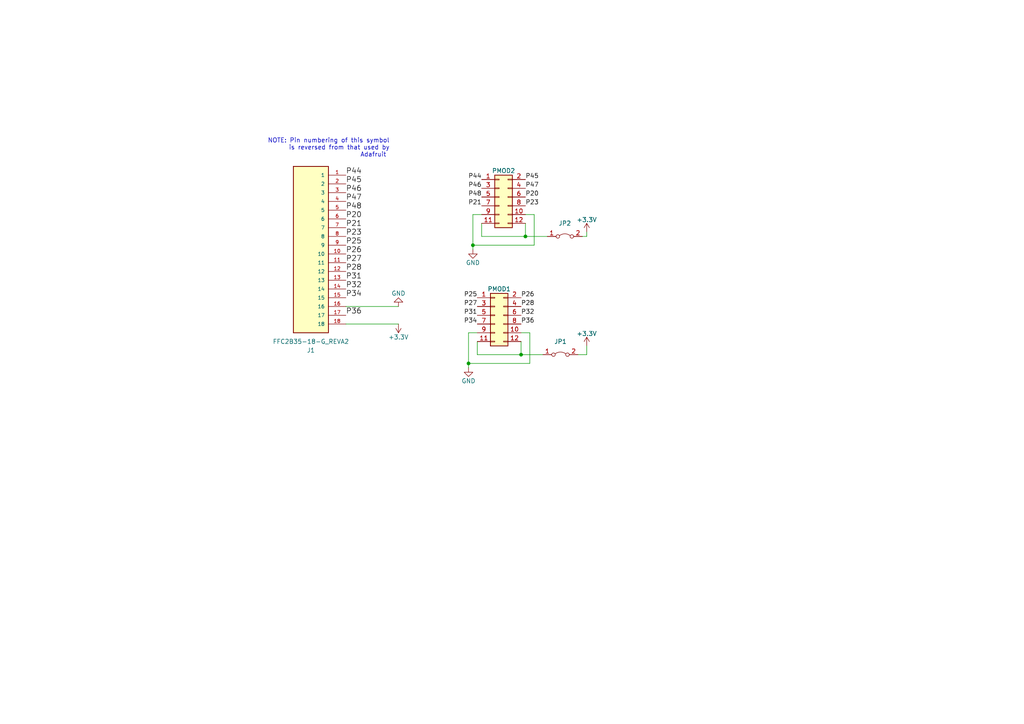
<source format=kicad_sch>
(kicad_sch (version 20211123) (generator eeschema)
  (paper "A4")
  (lib_symbols
    (symbol "Connector_Generic:Conn_02x06_Odd_Even" (pin_names (offset 1.016) hide)
      (property "Reference" "J" (at 1.27 7.62 0))
      (property "Value" "Conn_02x06_Odd_Even" (at 1.27 -10.16 0))
      (symbol "Conn_02x06_Odd_Even_1_1"
        (rectangle (start -1.27 -7.493) (end 0 -7.747) (stroke (width 0.1524)))
        (rectangle (start -1.27 -4.953) (end 0 -5.207) (stroke (width 0.1524)))
        (rectangle (start -1.27 -2.413) (end 0 -2.667) (stroke (width 0.1524)))
        (rectangle (start -1.27 0.127) (end 0 -0.127) (stroke (width 0.1524)))
        (rectangle (start -1.27 2.667) (end 0 2.413) (stroke (width 0.1524)))
        (rectangle (start -1.27 5.207) (end 0 4.953) (stroke (width 0.1524)))
        (rectangle (start -1.27 6.35) (end 3.81 -8.89) (stroke (width 0.254)) (fill (type background)))
        (rectangle (start 3.81 -7.493) (end 2.54 -7.747) (stroke (width 0.1524)))
        (rectangle (start 3.81 -4.953) (end 2.54 -5.207) (stroke (width 0.1524)))
        (rectangle (start 3.81 -2.413) (end 2.54 -2.667) (stroke (width 0.1524)))
        (rectangle (start 3.81 0.127) (end 2.54 -0.127) (stroke (width 0.1524)))
        (rectangle (start 3.81 2.667) (end 2.54 2.413) (stroke (width 0.1524)))
        (rectangle (start 3.81 5.207) (end 2.54 4.953) (stroke (width 0.1524)))
        (pin passive line (at -5.08 5.08 0) (length 3.81) (name "Pin_1") (number "1"))
        (pin passive line (at 7.62 -5.08 180) (length 3.81) (name "Pin_10") (number "10"))
        (pin passive line (at -5.08 -7.62 0) (length 3.81) (name "Pin_11") (number "11"))
        (pin passive line (at 7.62 -7.62 180) (length 3.81) (name "Pin_12") (number "12"))
        (pin passive line (at 7.62 5.08 180) (length 3.81) (name "Pin_2") (number "2"))
        (pin passive line (at -5.08 2.54 0) (length 3.81) (name "Pin_3") (number "3"))
        (pin passive line (at 7.62 2.54 180) (length 3.81) (name "Pin_4") (number "4"))
        (pin passive line (at -5.08 0 0) (length 3.81) (name "Pin_5") (number "5"))
        (pin passive line (at 7.62 0 180) (length 3.81) (name "Pin_6") (number "6"))
        (pin passive line (at -5.08 -2.54 0) (length 3.81) (name "Pin_7") (number "7"))
        (pin passive line (at 7.62 -2.54 180) (length 3.81) (name "Pin_8") (number "8"))
        (pin passive line (at -5.08 -5.08 0) (length 3.81) (name "Pin_9") (number "9"))
      )
    )
    (symbol "Jumper:Jumper_2_Bridged" (pin_names (offset 0) hide)
      (property "Reference" "JP" (at 0 1.905 0))
      (property "Value" "Jumper_2_Bridged" (at 0 -2.54 0))
      (symbol "Jumper_2_Bridged_0_0"
        (circle (center -2.032 0) (radius 0.508))
        (circle (center 2.032 0) (radius 0.508))
      )
      (symbol "Jumper_2_Bridged_0_1"
        (arc (start 1.524 0.254) (mid 0 0.762) (end -1.524 0.254))
      )
      (symbol "Jumper_2_Bridged_1_1"
        (pin passive line (at -5.08 0 0) (length 2.54) (name "A") (number "1"))
        (pin passive line (at 5.08 0 180) (length 2.54) (name "B") (number "2"))
      )
    )
    (symbol "emeb_library:FFC2B35-18-G_REVA2" (pin_names (offset 1.016))
      (property "Reference" "J" (at -5.08 26.67 0))
      (property "Value" "FFC2B35-18-G_REVA2" (at -5.08 -25.4 0))
      (symbol "FFC2B35-18-G_REVA2_0_0"
        (rectangle (start -5.08 -22.86) (end 5.08 25.4) (stroke (width 0.254)) (fill (type background)))
        (pin passive line (at -10.16 22.86 0) (length 5.08) (name "1") (number "1"))
        (pin passive line (at -10.16 0 0) (length 5.08) (name "10") (number "10"))
        (pin passive line (at -10.16 -2.54 0) (length 5.08) (name "11") (number "11"))
        (pin passive line (at -10.16 -5.08 0) (length 5.08) (name "12") (number "12"))
        (pin passive line (at -10.16 -7.62 0) (length 5.08) (name "13") (number "13"))
        (pin passive line (at -10.16 -10.16 0) (length 5.08) (name "14") (number "14"))
        (pin passive line (at -10.16 -12.7 0) (length 5.08) (name "15") (number "15"))
        (pin passive line (at -10.16 -15.24 0) (length 5.08) (name "16") (number "16"))
        (pin passive line (at -10.16 -17.78 0) (length 5.08) (name "17") (number "17"))
        (pin passive line (at -10.16 -20.32 0) (length 5.08) (name "18") (number "18"))
        (pin passive line (at -10.16 20.32 0) (length 5.08) (name "2") (number "2"))
        (pin passive line (at -10.16 17.78 0) (length 5.08) (name "3") (number "3"))
        (pin passive line (at -10.16 15.24 0) (length 5.08) (name "4") (number "4"))
        (pin passive line (at -10.16 12.7 0) (length 5.08) (name "5") (number "5"))
        (pin passive line (at -10.16 10.16 0) (length 5.08) (name "6") (number "6"))
        (pin passive line (at -10.16 7.62 0) (length 5.08) (name "7") (number "7"))
        (pin passive line (at -10.16 5.08 0) (length 5.08) (name "8") (number "8"))
        (pin passive line (at -10.16 2.54 0) (length 5.08) (name "9") (number "9"))
      )
    )
    (symbol "power:+3.3V" (power) (pin_names (offset 0))
      (property "Value" "+3.3V" (at 0 3.556 0))
      (symbol "+3.3V_0_1"
        (polyline (pts (xy -0.762 1.27) (xy 0 2.54)))
        (polyline (pts (xy 0 0) (xy 0 2.54)))
        (polyline (pts (xy 0 2.54) (xy 0.762 1.27)))
      )
      (symbol "+3.3V_1_1"
        (pin power_in line (at 0 0 90) (length 0) hide (name "+3.3V") (number "1"))
      )
    )
    (symbol "power:GND" (power) (pin_names (offset 0))
      (property "Value" "GND" (at 0 -3.81 0))
      (symbol "GND_0_1"
        (polyline (pts (xy 0 0) (xy 0 -1.27) (xy 1.27 -1.27) (xy 0 -2.54) (xy -1.27 -1.27) (xy 0 -1.27)))
      )
      (symbol "GND_1_1"
        (pin power_in line (at 0 0 270) (length 0) hide (name "GND") (number "1"))
      )
    )
  )
  (junction (at 135.89 105.41))
  (junction (at 137.16 71.12))
  (junction (at 151.13 102.87))
  (junction (at 152.4 68.58))
  (wire (pts (xy 138.43 102.87) (xy 138.43 99.06)))
  (wire (pts (xy 137.16 71.12) (xy 154.94 71.12)))
  (wire (pts (xy 115.57 93.98) (xy 100.33 93.98)))
  (wire (pts (xy 170.18 67.31) (xy 170.18 68.58)))
  (wire (pts (xy 139.7 68.58) (xy 152.4 68.58)))
  (wire (pts (xy 138.43 102.87) (xy 151.13 102.87)))
  (wire (pts (xy 151.13 96.52) (xy 153.67 96.52)))
  (wire (pts (xy 152.4 62.23) (xy 154.94 62.23)))
  (wire (pts (xy 151.13 102.87) (xy 151.13 99.06)))
  (wire (pts (xy 170.18 100.33) (xy 170.18 102.87)))
  (wire (pts (xy 138.43 96.52) (xy 135.89 96.52)))
  (wire (pts (xy 135.89 96.52) (xy 135.89 105.41)))
  (wire (pts (xy 135.89 105.41) (xy 135.89 106.68)))
  (wire (pts (xy 151.13 102.87) (xy 157.48 102.87)))
  (wire (pts (xy 152.4 68.58) (xy 158.75 68.58)))
  (wire (pts (xy 139.7 68.58) (xy 139.7 64.77)))
  (wire (pts (xy 153.67 105.41) (xy 135.89 105.41)))
  (wire (pts (xy 139.7 62.23) (xy 137.16 62.23)))
  (wire (pts (xy 168.91 68.58) (xy 170.18 68.58)))
  (wire (pts (xy 137.16 62.23) (xy 137.16 71.12)))
  (wire (pts (xy 154.94 62.23) (xy 154.94 71.12)))
  (wire (pts (xy 167.64 102.87) (xy 170.18 102.87)))
  (wire (pts (xy 100.33 88.9) (xy 115.57 88.9)))
  (wire (pts (xy 137.16 71.12) (xy 137.16 72.39)))
  (wire (pts (xy 153.67 96.52) (xy 153.67 105.41)))
  (wire (pts (xy 152.4 64.77) (xy 152.4 68.58)))
  (text "NOTE: Pin numbering of this symbol\nis reversed from that used by\nAdafruit " (at 113.03 45.72 180) (effects (font (size 1.27 1.27)) (justify right bottom)))
  (label "P44" (at 139.7 52.07 180))
  (label "P47" (at 152.4 54.61 0))
  (label "P31" (at 100.33 81.28 0) (effects (font (size 1.524 1.524))))
  (label "P47" (at 100.33 58.42 0) (effects (font (size 1.524 1.524))))
  (label "P25" (at 138.43 86.36 180))
  (label "P26" (at 151.13 86.36 0))
  (label "P34" (at 138.43 93.98 180))
  (label "P23" (at 100.33 68.58 0) (effects (font (size 1.524 1.524))))
  (label "P21" (at 139.7 59.69 180))
  (label "P48" (at 100.33 60.96 0) (effects (font (size 1.524 1.524))))
  (label "P27" (at 138.43 88.9 180))
  (label "P20" (at 100.33 63.5 0) (effects (font (size 1.524 1.524))))
  (label "P26" (at 100.33 73.66 0) (effects (font (size 1.524 1.524))))
  (label "P46" (at 100.33 55.88 0) (effects (font (size 1.524 1.524))))
  (label "P20" (at 152.4 57.15 0))
  (label "P36" (at 100.33 91.44 0) (effects (font (size 1.524 1.524))))
  (label "P21" (at 100.33 66.04 0) (effects (font (size 1.524 1.524))))
  (label "P44" (at 100.33 50.8 0) (effects (font (size 1.524 1.524))))
  (label "P25" (at 100.33 71.12 0) (effects (font (size 1.524 1.524))))
  (label "P34" (at 100.33 86.36 0) (effects (font (size 1.524 1.524))))
  (label "P23" (at 152.4 59.69 0))
  (label "P46" (at 139.7 54.61 180))
  (label "P45" (at 100.33 53.34 0) (effects (font (size 1.524 1.524))))
  (label "P45" (at 152.4 52.07 0))
  (label "P36" (at 151.13 93.98 0))
  (label "P32" (at 151.13 91.44 0))
  (label "P28" (at 151.13 88.9 0))
  (label "P28" (at 100.33 78.74 0) (effects (font (size 1.524 1.524))))
  (label "P48" (at 139.7 57.15 180))
  (label "P31" (at 138.43 91.44 180))
  (label "P32" (at 100.33 83.82 0) (effects (font (size 1.524 1.524))))
  (label "P27" (at 100.33 76.2 0) (effects (font (size 1.524 1.524))))
  (symbol (lib_id "Connector_Generic:Conn_02x06_Odd_Even") (at 143.51 91.44 0) (unit 1)
    (property "Reference" "PMOD1" (at 144.78 83.82 0))
    (property "Value" "CONN_02X06" (effects hide))
    (property "Footprint" "Connector_PinSocket_2.54mm:PinSocket_2x06_P2.54mm_Vertical" (effects hide))
  )
  (symbol (lib_id "power:GND") (at 135.89 106.68 0) (unit 1)
    (property "Reference" "#PWR03" (effects hide))
    (property "Value" "GND" (at 135.89 110.49 0))
  )
  (symbol (lib_id "Connector_Generic:Conn_02x06_Odd_Even") (at 144.78 57.15 0) (unit 1)
    (property "Reference" "PMOD2" (at 146.05 49.53 0))
    (property "Value" "CONN_02X06" (effects hide))
    (property "Footprint" "Connector_PinSocket_2.54mm:PinSocket_2x06_P2.54mm_Vertical" (effects hide))
  )
  (symbol (lib_id "power:+3.3V") (at 170.18 100.33 0) (unit 1)
    (property "Reference" "#PWR06" (effects hide))
    (property "Value" "+3.3V" (at 170.18 96.774 0))
  )
  (symbol (lib_id "power:+3.3V") (at 115.57 93.98 0) (mirror x) (unit 1)
    (property "Reference" "#PWR02" (effects hide))
    (property "Value" "+3.3V" (at 115.57 97.79 0))
  )
  (symbol (lib_id "power:GND") (at 115.57 88.9 0) (mirror x) (unit 1)
    (property "Reference" "#PWR01" (effects hide))
    (property "Value" "GND" (at 115.57 85.09 0))
  )
  (symbol (lib_id "power:GND") (at 137.16 72.39 0) (unit 1)
    (property "Reference" "#PWR04" (effects hide))
    (property "Value" "GND" (at 137.16 76.2 0))
  )
  (symbol (lib_id "Jumper:Jumper_2_Bridged") (at 162.56 102.87 0) (unit 1)
    (property "Reference" "JP1" (at 162.56 99.06 0))
    (property "Value" "Jumper_2_Bridged" (effects hide))
    (property "Footprint" "Jumper:SolderJumper-2_P1.3mm_Bridged_RoundedPad1.0x1.5mm" (effects hide))
  )
  (symbol (lib_id "power:+3.3V") (at 170.18 67.31 0) (unit 1)
    (property "Reference" "#PWR05" (effects hide))
    (property "Value" "+3.3V" (at 170.18 63.754 0))
  )
  (symbol (lib_id "Jumper:Jumper_2_Bridged") (at 163.83 68.58 0) (unit 1)
    (property "Reference" "JP2" (at 163.83 64.77 0))
    (property "Value" "Jumper_2_Bridged" (effects hide))
    (property "Footprint" "Jumper:SolderJumper-2_P1.3mm_Bridged_RoundedPad1.0x1.5mm" (effects hide))
  )
  (symbol (lib_id "emeb_library:FFC2B35-18-G_REVA2") (at 90.17 73.66 0) (mirror y) (unit 1)
    (property "Reference" "J1" (at 90.17 101.6 0))
    (property "Value" "FFC2B35-18-G_REVA2" (at 90.17 99.06 0))
    (property "Footprint" "emeb_library:GCT_FFC2B35-18-G_REVA2" (effects hide))
    (property "MANUFACTURER" "GCT" (effects hide))
    (property "PARTREV" "A2" (effects hide))
    (property "STANDARD" "Manufacturer Recommendations" (effects hide))
    (property "MAXIMUM_PACKAGE_HEIGHT" "2 mm" (effects hide))
  )
)
</source>
